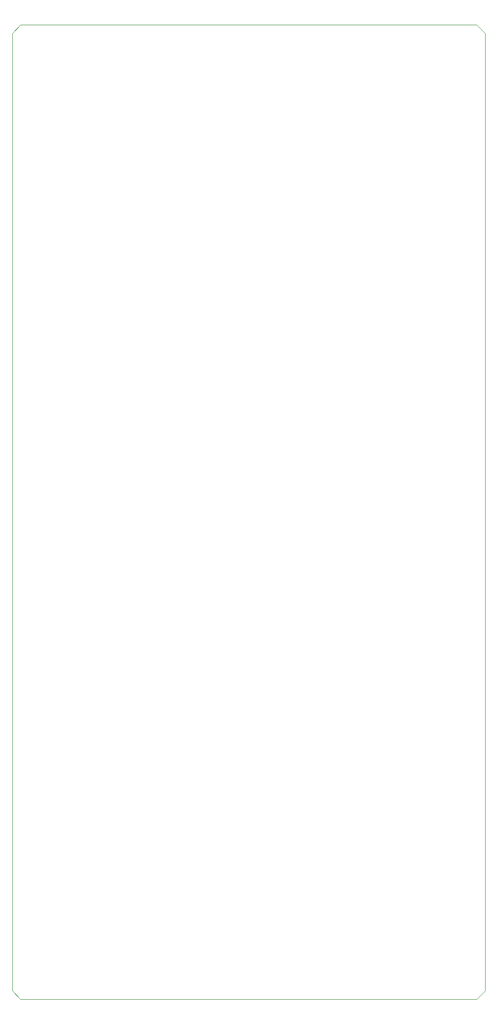
<source format=gm1>
%TF.GenerationSoftware,KiCad,Pcbnew,7.0.2*%
%TF.CreationDate,2023-05-23T23:28:36+01:00*%
%TF.ProjectId,kat_control_board,6b61745f-636f-46e7-9472-6f6c5f626f61,rev?*%
%TF.SameCoordinates,Original*%
%TF.FileFunction,Profile,NP*%
%FSLAX46Y46*%
G04 Gerber Fmt 4.6, Leading zero omitted, Abs format (unit mm)*
G04 Created by KiCad (PCBNEW 7.0.2) date 2023-05-23 23:28:36*
%MOMM*%
%LPD*%
G01*
G04 APERTURE LIST*
%TA.AperFunction,Profile*%
%ADD10C,0.100000*%
%TD*%
G04 APERTURE END LIST*
D10*
X112750000Y-189000000D02*
X111250000Y-190500000D01*
X30000000Y-17000000D02*
X111250000Y-17000000D01*
X111250000Y-17000000D02*
X112750000Y-18500000D01*
X28500000Y-189000000D02*
X30000000Y-190500000D01*
X28500000Y-189000000D02*
X28500000Y-18500000D01*
X112750000Y-18500000D02*
X112750000Y-189000000D01*
X111250000Y-190500000D02*
X30000000Y-190500000D01*
X28500000Y-18500000D02*
X30000000Y-17000000D01*
M02*

</source>
